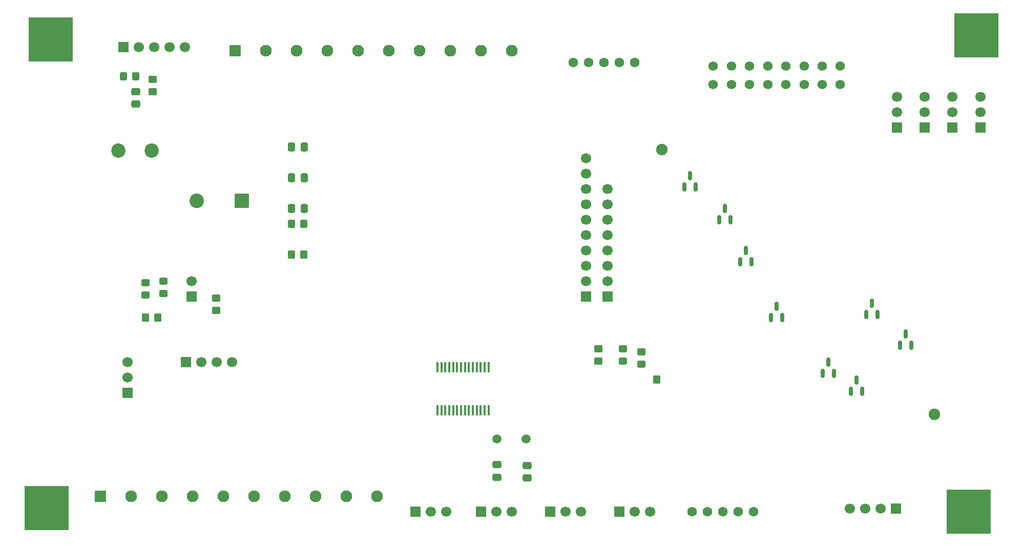
<source format=gbr>
%TF.GenerationSoftware,KiCad,Pcbnew,9.0.6*%
%TF.CreationDate,2025-11-21T14:30:57-07:00*%
%TF.ProjectId,FloodingPICPCB,466c6f6f-6469-46e6-9750-49435043422e,rev?*%
%TF.SameCoordinates,Original*%
%TF.FileFunction,Soldermask,Top*%
%TF.FilePolarity,Negative*%
%FSLAX46Y46*%
G04 Gerber Fmt 4.6, Leading zero omitted, Abs format (unit mm)*
G04 Created by KiCad (PCBNEW 9.0.6) date 2025-11-21 14:30:57*
%MOMM*%
%LPD*%
G01*
G04 APERTURE LIST*
G04 Aperture macros list*
%AMRoundRect*
0 Rectangle with rounded corners*
0 $1 Rounding radius*
0 $2 $3 $4 $5 $6 $7 $8 $9 X,Y pos of 4 corners*
0 Add a 4 corners polygon primitive as box body*
4,1,4,$2,$3,$4,$5,$6,$7,$8,$9,$2,$3,0*
0 Add four circle primitives for the rounded corners*
1,1,$1+$1,$2,$3*
1,1,$1+$1,$4,$5*
1,1,$1+$1,$6,$7*
1,1,$1+$1,$8,$9*
0 Add four rect primitives between the rounded corners*
20,1,$1+$1,$2,$3,$4,$5,0*
20,1,$1+$1,$4,$5,$6,$7,0*
20,1,$1+$1,$6,$7,$8,$9,0*
20,1,$1+$1,$8,$9,$2,$3,0*%
G04 Aperture macros list end*
%ADD10R,1.700000X1.700000*%
%ADD11C,1.700000*%
%ADD12C,1.500000*%
%ADD13R,7.366000X7.366000*%
%ADD14R,1.950000X1.950000*%
%ADD15C,1.950000*%
%ADD16C,1.600200*%
%ADD17RoundRect,0.150000X0.150000X-0.587500X0.150000X0.587500X-0.150000X0.587500X-0.150000X-0.587500X0*%
%ADD18RoundRect,0.250000X-0.450000X0.325000X-0.450000X-0.325000X0.450000X-0.325000X0.450000X0.325000X0*%
%ADD19RoundRect,0.250000X-0.350000X-0.450000X0.350000X-0.450000X0.350000X0.450000X-0.350000X0.450000X0*%
%ADD20RoundRect,0.250000X-0.450000X0.350000X-0.450000X-0.350000X0.450000X-0.350000X0.450000X0.350000X0*%
%ADD21R,0.450000X1.800000*%
%ADD22RoundRect,0.250000X0.350000X0.450000X-0.350000X0.450000X-0.350000X-0.450000X0.350000X-0.450000X0*%
%ADD23C,2.362200*%
%ADD24RoundRect,0.250000X-0.475000X0.337500X-0.475000X-0.337500X0.475000X-0.337500X0.475000X0.337500X0*%
%ADD25RoundRect,0.250000X0.450000X-0.325000X0.450000X0.325000X-0.450000X0.325000X-0.450000X-0.325000X0*%
%ADD26RoundRect,0.250000X-0.337500X-0.475000X0.337500X-0.475000X0.337500X0.475000X-0.337500X0.475000X0*%
%ADD27C,1.574800*%
%ADD28RoundRect,0.250001X0.949999X0.949999X-0.949999X0.949999X-0.949999X-0.949999X0.949999X-0.949999X0*%
%ADD29C,2.400000*%
%ADD30RoundRect,0.250000X0.325000X0.450000X-0.325000X0.450000X-0.325000X-0.450000X0.325000X-0.450000X0*%
%ADD31C,1.905000*%
%ADD32RoundRect,0.250000X-0.325000X-0.450000X0.325000X-0.450000X0.325000X0.450000X-0.325000X0.450000X0*%
G04 APERTURE END LIST*
D10*
%TO.C,J2*%
X110490000Y-32385000D03*
D11*
X113030000Y-32385000D03*
X115570000Y-32385000D03*
X118110000Y-32385000D03*
X120650000Y-32385000D03*
%TD*%
D12*
%TO.C,Y1*%
X177065000Y-97155000D03*
X172185000Y-97155000D03*
%TD*%
D13*
%TO.C,REF\u002A\u002A*%
X250190000Y-109220000D03*
%TD*%
D14*
%TO.C,J3*%
X106680000Y-106680000D03*
D15*
X111760000Y-106680000D03*
X116840000Y-106680000D03*
X121920000Y-106680000D03*
X127000000Y-106680000D03*
X132080000Y-106680000D03*
X137160000Y-106680000D03*
X142240000Y-106680000D03*
X147320000Y-106680000D03*
X152400000Y-106680000D03*
%TD*%
D16*
%TO.C,J19*%
X194945000Y-34925000D03*
X192405000Y-34925000D03*
X189865000Y-34925000D03*
X187325000Y-34925000D03*
X184785000Y-34925000D03*
%TD*%
D10*
%TO.C,J12*%
X252095000Y-45720000D03*
D11*
X252095000Y-43180000D03*
X252095000Y-40640000D03*
%TD*%
D13*
%TO.C,GND*%
X98425000Y-31115000D03*
%TD*%
D17*
%TO.C,Q6*%
X203200000Y-55547500D03*
X205100000Y-55547500D03*
X204150000Y-53672500D03*
%TD*%
D10*
%TO.C,I\u00B2C1*%
X120850000Y-84455000D03*
D11*
X123390000Y-84455000D03*
X125930000Y-84455000D03*
X128470000Y-84455000D03*
%TD*%
D18*
%TO.C,D1*%
X196088000Y-82795000D03*
X196088000Y-84845000D03*
%TD*%
D10*
%TO.C,JP1*%
X121775000Y-73665000D03*
D11*
X121775000Y-71125000D03*
%TD*%
D19*
%TO.C,R4*%
X114155000Y-77089000D03*
X116155000Y-77089000D03*
%TD*%
D20*
%TO.C,R2*%
X188976000Y-82312000D03*
X188976000Y-84312000D03*
%TD*%
D10*
%TO.C,J9*%
X180975000Y-109220000D03*
D11*
X183515000Y-109220000D03*
X186055000Y-109220000D03*
%TD*%
D10*
%TO.C,J17*%
X190500000Y-73660000D03*
D11*
X190500000Y-71120000D03*
X190500000Y-68580000D03*
X190500000Y-66040000D03*
X190500000Y-63500000D03*
X190500000Y-60960000D03*
X190500000Y-58420000D03*
X190500000Y-55880000D03*
%TD*%
D21*
%TO.C,U1*%
X162380000Y-92450000D03*
X163030000Y-92450000D03*
X163680000Y-92450000D03*
X164330000Y-92450000D03*
X164980000Y-92450000D03*
X165630000Y-92450000D03*
X166280000Y-92450000D03*
X166930000Y-92450000D03*
X167580000Y-92450000D03*
X168230000Y-92450000D03*
X168880000Y-92450000D03*
X169530000Y-92450000D03*
X170180000Y-92450000D03*
X170830000Y-92450000D03*
X170830000Y-85350000D03*
X170180000Y-85350000D03*
X169530000Y-85350000D03*
X168880000Y-85350000D03*
X168230000Y-85350000D03*
X167580000Y-85350000D03*
X166930000Y-85350000D03*
X166280000Y-85350000D03*
X165630000Y-85350000D03*
X164980000Y-85350000D03*
X164330000Y-85350000D03*
X163680000Y-85350000D03*
X163030000Y-85350000D03*
X162380000Y-85350000D03*
%TD*%
D22*
%TO.C,R6*%
X140265000Y-66675000D03*
X138265000Y-66675000D03*
%TD*%
D10*
%TO.C,J1*%
X238125000Y-108712000D03*
D11*
X235585000Y-108712000D03*
X233045000Y-108712000D03*
X230505000Y-108712000D03*
%TD*%
D17*
%TO.C,Q8*%
X212410000Y-67915000D03*
X214310000Y-67915000D03*
X213360000Y-66040000D03*
%TD*%
D10*
%TO.C,J13*%
X247505000Y-45720000D03*
D11*
X247505000Y-43180000D03*
X247505000Y-40640000D03*
%TD*%
D17*
%TO.C,Q3*%
X230698000Y-89329500D03*
X232598000Y-89329500D03*
X231648000Y-87454500D03*
%TD*%
D23*
%TO.C,J11*%
X109660850Y-49504600D03*
X115160849Y-49504600D03*
%TD*%
D24*
%TO.C,C1*%
X112522000Y-39754900D03*
X112522000Y-41829900D03*
%TD*%
D17*
%TO.C,Q7*%
X233238000Y-76629500D03*
X235138000Y-76629500D03*
X234188000Y-74754500D03*
%TD*%
D10*
%TO.C,J14*%
X242915000Y-45720000D03*
D11*
X242915000Y-43180000D03*
X242915000Y-40640000D03*
%TD*%
D17*
%TO.C,Q5*%
X226060000Y-86360000D03*
X227960000Y-86360000D03*
X227010000Y-84485000D03*
%TD*%
D10*
%TO.C,J15*%
X238325000Y-45720000D03*
D11*
X238325000Y-43180000D03*
X238325000Y-40640000D03*
%TD*%
D20*
%TO.C,R3*%
X125785000Y-73930000D03*
X125785000Y-75930000D03*
%TD*%
D14*
%TO.C,J5*%
X128905000Y-33020000D03*
D15*
X133985000Y-33020000D03*
X139065000Y-33020000D03*
X144145000Y-33020000D03*
X149225000Y-33020000D03*
X154305000Y-33020000D03*
X159385000Y-33020000D03*
X164465000Y-33020000D03*
X169545000Y-33020000D03*
X174625000Y-33020000D03*
%TD*%
D10*
%TO.C,J4*%
X158750000Y-109220000D03*
D11*
X161290000Y-109220000D03*
X163830000Y-109220000D03*
%TD*%
D25*
%TO.C,D4*%
X114155000Y-73406000D03*
X114155000Y-71356000D03*
%TD*%
D10*
%TO.C,J6*%
X186944000Y-73660000D03*
D11*
X186944000Y-71120000D03*
X186944000Y-68580000D03*
X186944000Y-66040000D03*
X186944000Y-63500000D03*
X186944000Y-60960000D03*
X186944000Y-58420000D03*
X186944000Y-55880000D03*
X186944000Y-53340000D03*
X186944000Y-50800000D03*
%TD*%
D18*
%TO.C,D2*%
X193040000Y-82287000D03*
X193040000Y-84337000D03*
%TD*%
D26*
%TO.C,C5*%
X138260000Y-53975000D03*
X140335000Y-53975000D03*
%TD*%
D17*
%TO.C,Q4*%
X217490000Y-77137500D03*
X219390000Y-77137500D03*
X218440000Y-75262500D03*
%TD*%
D27*
%TO.C,J18*%
X207965403Y-35584301D03*
X210965402Y-35584301D03*
X213965401Y-35584301D03*
X216965401Y-35584301D03*
X219965400Y-35584301D03*
X222965399Y-35584301D03*
X225965398Y-35584301D03*
X228965397Y-35584301D03*
X207965403Y-38584300D03*
X210965402Y-38584300D03*
X213965401Y-38584300D03*
X216965401Y-38584300D03*
X219965400Y-38584300D03*
X222965399Y-38584300D03*
X225965398Y-38584300D03*
X228965397Y-38584300D03*
%TD*%
D17*
%TO.C,Q1*%
X238826000Y-81709500D03*
X240726000Y-81709500D03*
X239776000Y-79834500D03*
%TD*%
D28*
%TO.C,C7*%
X130055000Y-57785000D03*
D29*
X122555000Y-57785000D03*
%TD*%
D20*
%TO.C,R5*%
X115316000Y-37760400D03*
X115316000Y-39760400D03*
%TD*%
D26*
%TO.C,C4*%
X138260000Y-59055000D03*
X140335000Y-59055000D03*
%TD*%
D30*
%TO.C,D6*%
X140322500Y-61595000D03*
X138272500Y-61595000D03*
%TD*%
D25*
%TO.C,D3*%
X117076000Y-73152000D03*
X117076000Y-71102000D03*
%TD*%
D10*
%TO.C,JP2*%
X111180000Y-89535000D03*
D11*
X111180000Y-86995000D03*
X111180000Y-84455000D03*
%TD*%
D10*
%TO.C,J10*%
X192405000Y-109220000D03*
D11*
X194945000Y-109220000D03*
X197485000Y-109220000D03*
%TD*%
D13*
%TO.C,REF\u002A\u002A*%
X97790000Y-108585000D03*
%TD*%
D24*
%TO.C,C2*%
X177165000Y-101578500D03*
X177165000Y-103653500D03*
%TD*%
%TO.C,C3*%
X172212000Y-101451500D03*
X172212000Y-103526500D03*
%TD*%
D26*
%TO.C,C6*%
X138260000Y-48895000D03*
X140335000Y-48895000D03*
%TD*%
D31*
%TO.C,REF\u002A\u002A*%
X244496000Y-93112000D03*
X199496000Y-49362000D03*
%TD*%
D13*
%TO.C,REF\u002A\u002A*%
X251460000Y-30480000D03*
%TD*%
D32*
%TO.C,D5*%
X110481000Y-37236400D03*
X112531000Y-37236400D03*
%TD*%
D17*
%TO.C,Q2*%
X208920000Y-60960000D03*
X210820000Y-60960000D03*
X209870000Y-59085000D03*
%TD*%
D10*
%TO.C,J7*%
X169545000Y-109220000D03*
D11*
X172085000Y-109220000D03*
X174625000Y-109220000D03*
%TD*%
D22*
%TO.C,R1*%
X198612000Y-87376000D03*
%TD*%
D16*
%TO.C,J8*%
X204470000Y-109220000D03*
X207010000Y-109220000D03*
X209550000Y-109220000D03*
X212090000Y-109220000D03*
X214630000Y-109220000D03*
%TD*%
M02*

</source>
